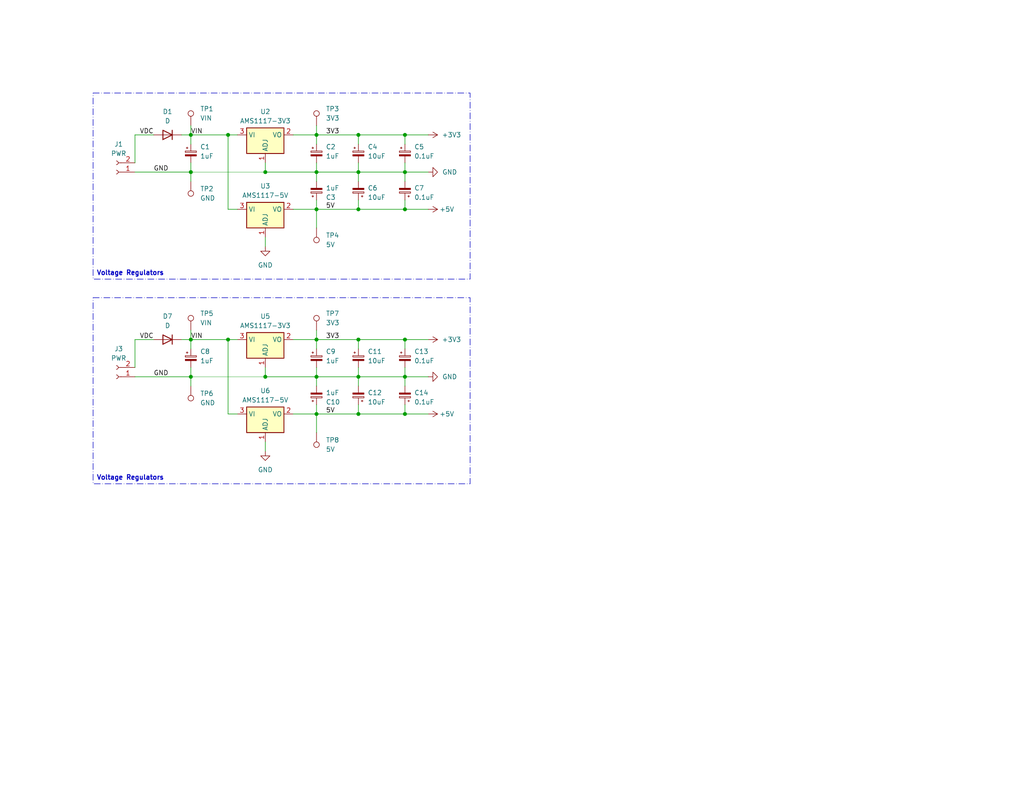
<source format=kicad_sch>
(kicad_sch (version 20231120) (generator "eeschema") (generator_version "8.0")
  (paper "USLetter")
  (title_block (title "Smart Work Desk Lights") (date "2024-07-24") (rev "Final") (company "Alexander Bobkov") (comment 1 "Specialized Accounting Offices") (comment 2 "ESP32-C3 SuperMini"))
  (lib_symbols
    (symbol "Alexander Symbol Library:AMS1117-3V3" (exclude_from_sim yes)
      (property "Reference" "U" (at 0 -0.254 0))
      (property "Value" "AMS1117-3V3" (at -0.508 1.778 0))
      (symbol "AMS1117-3V3_0_1"
        (rectangle (start -5.08 -8.89) (end 5.08 -1.905) (stroke (width 0.254)) (fill (type background)))
      )
      (symbol "AMS1117-3V3_1_1"
        (pin power_out line (at 0 -11.43 90) (length 2.54) (name "ADJ") (number "1"))
        (pin power_out line (at 7.62 -3.81 180) (length 2.54) (name "VO") (number "2"))
        (pin power_in line (at -7.62 -3.81 0) (length 2.54) (name "VI") (number "3"))
      )
    )
    (symbol "Alexander Symbol Library:AMS1117-5V" (exclude_from_sim yes)
      (property "Reference" "U" (at 0 0 0))
      (property "Value" "AMS1117-5V" (at 0 2.032 0))
      (symbol "AMS1117-5V_0_1"
        (rectangle (start -5.08 -8.89) (end 5.08 -1.905) (stroke (width 0.254)) (fill (type background)))
      )
      (symbol "AMS1117-5V_1_1"
        (pin power_out line (at 0 -11.43 90) (length 2.54) (name "ADJ") (number "1"))
        (pin power_out line (at 7.62 -3.81 180) (length 2.54) (name "VO") (number "2"))
        (pin power_in line (at -7.62 -3.81 0) (length 2.54) (name "VI") (number "3"))
      )
    )
    (symbol "Connector:Conn_01x02_Socket" (pin_names (offset 1.016) hide)
      (property "Reference" "J" (at 0 2.54 0))
      (property "Value" "Conn_01x02_Socket" (at 0 -5.08 0))
      (symbol "Conn_01x02_Socket_1_1"
        (arc (start 0 -2.032) (mid -0.5058 -2.54) (end 0 -3.048) (stroke (width 0.1524)))
        (polyline (pts (xy -1.27 -2.54) (xy -0.508 -2.54)) (stroke (width 0.1524)))
        (polyline (pts (xy -1.27 0) (xy -0.508 0)) (stroke (width 0.1524)))
        (arc (start 0 0.508) (mid -0.5058 0) (end 0 -0.508) (stroke (width 0.1524)))
        (pin passive line (at -5.08 0 0) (length 3.81) (name "Pin_1") (number "1"))
        (pin passive line (at -5.08 -2.54 0) (length 3.81) (name "Pin_2") (number "2"))
      )
    )
    (symbol "Connector:TestPoint" (pin_numbers hide) (pin_names (offset 0.762) hide)
      (property "Reference" "TP" (at 0 6.858 0))
      (property "Value" "TestPoint" (at 0 5.08 0))
      (symbol "TestPoint_0_1"
        (circle (center 0 3.302) (radius 0.762))
      )
      (symbol "TestPoint_1_1"
        (pin passive line (at 0 0 90) (length 2.54) (name "1") (number "1"))
      )
    )
    (symbol "Device:C_Polarized_Small" (pin_numbers hide) (pin_names (offset 0.254) hide)
      (property "Reference" "C" (at 0.254 1.778 0))
      (property "Value" "C_Polarized_Small" (at 0.254 -2.032 0))
      (symbol "C_Polarized_Small_0_1"
        (rectangle (start -1.524 -0.3048) (end 1.524 -0.6858) (fill (type outline)))
        (rectangle (start -1.524 0.6858) (end 1.524 0.3048))
        (polyline (pts (xy -1.27 1.524) (xy -0.762 1.524)))
        (polyline (pts (xy -1.016 1.27) (xy -1.016 1.778)))
      )
      (symbol "C_Polarized_Small_1_1"
        (pin passive line (at 0 2.54 270) (length 1.8542) (name "~") (number "1"))
        (pin passive line (at 0 -2.54 90) (length 1.8542) (name "~") (number "2"))
      )
    )
    (symbol "Device:D" (pin_numbers hide) (pin_names (offset 1.016) hide)
      (property "Reference" "D" (at 0 2.54 0))
      (property "Value" "D" (at 0 -2.54 0))
      (symbol "D_0_1"
        (polyline (pts (xy -1.27 1.27) (xy -1.27 -1.27)) (stroke (width 0.254)))
        (polyline (pts (xy 1.27 0) (xy -1.27 0)))
        (polyline (pts (xy 1.27 1.27) (xy 1.27 -1.27) (xy -1.27 0) (xy 1.27 1.27)) (stroke (width 0.254)))
      )
      (symbol "D_1_1"
        (pin passive line (at -3.81 0 0) (length 2.54) (name "K") (number "1"))
        (pin passive line (at 3.81 0 180) (length 2.54) (name "A") (number "2"))
      )
    )
    (symbol "power:+3V3" (power) (pin_names (offset 0))
      (property "Value" "+3V3" (at 0 3.556 0))
      (symbol "+3V3_0_1"
        (polyline (pts (xy -0.762 1.27) (xy 0 2.54)))
        (polyline (pts (xy 0 0) (xy 0 2.54)))
        (polyline (pts (xy 0 2.54) (xy 0.762 1.27)))
      )
      (symbol "+3V3_1_1"
        (pin power_in line (at 0 0 90) (length 0) hide (name "+3V3") (number "1"))
      )
    )
    (symbol "power:+5V" (power) (pin_names (offset 0))
      (property "Value" "+5V" (at 0 3.556 0))
      (symbol "+5V_0_1"
        (polyline (pts (xy -0.762 1.27) (xy 0 2.54)))
        (polyline (pts (xy 0 0) (xy 0 2.54)))
        (polyline (pts (xy 0 2.54) (xy 0.762 1.27)))
      )
      (symbol "+5V_1_1"
        (pin power_in line (at 0 0 90) (length 0) hide (name "+5V") (number "1"))
      )
    )
    (symbol "power:GND" (power) (pin_names (offset 0))
      (property "Value" "GND" (at 0 -3.81 0))
      (symbol "GND_0_1"
        (polyline (pts (xy 0 0) (xy 0 -1.27) (xy 1.27 -1.27) (xy 0 -2.54) (xy -1.27 -1.27) (xy 0 -1.27)))
      )
      (symbol "GND_1_1"
        (pin power_in line (at 0 0 270) (length 0) hide (name "GND") (number "1"))
      )
    )
  )
  (junction (at 110.49 102.87))
  (junction (at 52.07 46.99))
  (junction (at 72.39 102.87))
  (junction (at 86.36 46.99))
  (junction (at 97.79 113.03))
  (junction (at 110.49 92.71))
  (junction (at 110.49 46.99))
  (junction (at 97.79 46.99))
  (junction (at 86.36 113.03))
  (junction (at 52.07 36.83))
  (junction (at 110.49 113.03))
  (junction (at 86.36 57.15))
  (junction (at 62.23 92.71))
  (junction (at 86.36 92.71))
  (junction (at 62.23 36.83))
  (junction (at 86.36 36.83))
  (junction (at 72.39 46.99))
  (junction (at 110.49 57.15))
  (junction (at 97.79 92.71))
  (junction (at 97.79 57.15))
  (junction (at 52.07 92.71))
  (junction (at 52.07 102.87))
  (junction (at 86.36 102.87))
  (junction (at 97.79 36.83))
  (junction (at 110.49 36.83))
  (junction (at 97.79 102.87))
  (wire (pts (xy 110.49 102.87) (xy 110.49 105.41)))
  (wire (pts (xy 97.79 36.83) (xy 97.79 39.37)))
  (wire (pts (xy 80.01 92.71) (xy 86.36 92.71)))
  (wire (pts (xy 97.79 57.15) (xy 110.49 57.15)))
  (wire (pts (xy 86.36 34.29) (xy 86.36 36.83)))
  (wire (pts (xy 110.49 46.99) (xy 110.49 49.53)))
  (wire (pts (xy 110.49 92.71) (xy 110.49 95.25)))
  (wire (pts (xy 110.49 110.49) (xy 110.49 113.03)))
  (wire (pts (xy 72.39 46.99) (xy 86.36 46.99)))
  (wire (pts (xy 86.36 54.61) (xy 86.36 57.15)))
  (wire (pts (xy 80.01 57.15) (xy 86.36 57.15)))
  (wire (pts (xy 52.07 92.71) (xy 52.07 95.25)))
  (wire (pts (xy 62.23 36.83) (xy 64.77 36.83)))
  (wire (pts (xy 110.49 102.87) (xy 116.84 102.87)))
  (wire (pts (xy 52.07 92.71) (xy 62.23 92.71)))
  (wire (pts (xy 36.83 92.71) (xy 36.83 100.33)))
  (wire (pts (xy 86.36 90.17) (xy 86.36 92.71)))
  (wire (pts (xy 86.36 95.25) (xy 86.36 92.71)))
  (wire (pts (xy 97.79 92.71) (xy 97.79 95.25)))
  (wire (pts (xy 86.36 110.49) (xy 86.36 113.03)))
  (wire (pts (xy 110.49 113.03) (xy 116.84 113.03)))
  (wire (pts (xy 72.39 64.77) (xy 72.39 67.31)))
  (wire (pts (xy 80.01 36.83) (xy 86.36 36.83)))
  (wire (pts (xy 36.83 92.71) (xy 41.91 92.71)))
  (wire (pts (xy 52.07 36.83) (xy 52.07 39.37)))
  (wire (pts (xy 110.49 100.33) (xy 110.49 102.87)))
  (wire (pts (xy 110.49 36.83) (xy 110.49 39.37)))
  (wire (pts (xy 80.01 113.03) (xy 86.36 113.03)))
  (wire (pts (xy 86.36 46.99) (xy 97.79 46.99)))
  (wire (pts (xy 97.79 100.33) (xy 97.79 102.87)))
  (wire (pts (xy 86.36 44.45) (xy 86.36 46.99)))
  (wire (pts (xy 86.36 57.15) (xy 97.79 57.15)))
  (wire (pts (xy 64.77 57.15) (xy 62.23 57.15)))
  (wire (pts (xy 97.79 92.71) (xy 110.49 92.71)))
  (wire (pts (xy 49.53 36.83) (xy 52.07 36.83)))
  (wire (pts (xy 36.83 102.87) (xy 52.07 102.87)))
  (wire (pts (xy 110.49 92.71) (xy 116.84 92.71)))
  (wire (pts (xy 86.36 39.37) (xy 86.36 36.83)))
  (wire (pts (xy 49.53 92.71) (xy 52.07 92.71)))
  (wire (pts (xy 52.07 102.87) (xy 72.39 102.87)) (stroke (width 0.0254)))
  (wire (pts (xy 97.79 54.61) (xy 97.79 57.15)))
  (wire (pts (xy 72.39 102.87) (xy 86.36 102.87)))
  (wire (pts (xy 64.77 113.03) (xy 62.23 113.03)))
  (wire (pts (xy 86.36 57.15) (xy 86.36 62.23)))
  (wire (pts (xy 52.07 44.45) (xy 52.07 46.99)))
  (wire (pts (xy 86.36 113.03) (xy 86.36 118.11)))
  (wire (pts (xy 52.07 105.41) (xy 52.07 102.87)))
  (wire (pts (xy 52.07 90.17) (xy 52.07 92.71)))
  (wire (pts (xy 97.79 44.45) (xy 97.79 46.99)))
  (wire (pts (xy 110.49 44.45) (xy 110.49 46.99)))
  (wire (pts (xy 52.07 49.53) (xy 52.07 46.99)))
  (wire (pts (xy 86.36 36.83) (xy 97.79 36.83)))
  (wire (pts (xy 72.39 100.33) (xy 72.39 102.87)))
  (wire (pts (xy 97.79 102.87) (xy 110.49 102.87)))
  (wire (pts (xy 97.79 46.99) (xy 97.79 49.53)))
  (wire (pts (xy 110.49 54.61) (xy 110.49 57.15)))
  (wire (pts (xy 62.23 92.71) (xy 62.23 113.03)))
  (wire (pts (xy 86.36 102.87) (xy 86.36 105.41)))
  (wire (pts (xy 86.36 100.33) (xy 86.36 102.87)))
  (wire (pts (xy 86.36 46.99) (xy 86.36 49.53)))
  (wire (pts (xy 110.49 36.83) (xy 116.84 36.83)))
  (wire (pts (xy 97.79 46.99) (xy 110.49 46.99)))
  (wire (pts (xy 36.83 36.83) (xy 36.83 44.45)))
  (wire (pts (xy 110.49 46.99) (xy 116.84 46.99)))
  (wire (pts (xy 86.36 92.71) (xy 97.79 92.71)))
  (wire (pts (xy 72.39 120.65) (xy 72.39 123.19)))
  (wire (pts (xy 97.79 102.87) (xy 97.79 105.41)))
  (wire (pts (xy 36.83 46.99) (xy 52.07 46.99)))
  (wire (pts (xy 110.49 57.15) (xy 116.84 57.15)))
  (wire (pts (xy 52.07 34.29) (xy 52.07 36.83)))
  (wire (pts (xy 62.23 36.83) (xy 62.23 57.15)))
  (wire (pts (xy 36.83 36.83) (xy 41.91 36.83)))
  (wire (pts (xy 72.39 44.45) (xy 72.39 46.99)))
  (wire (pts (xy 86.36 102.87) (xy 97.79 102.87)))
  (wire (pts (xy 97.79 113.03) (xy 110.49 113.03)))
  (wire (pts (xy 97.79 110.49) (xy 97.79 113.03)))
  (wire (pts (xy 62.23 92.71) (xy 64.77 92.71)))
  (wire (pts (xy 97.79 36.83) (xy 110.49 36.83)))
  (wire (pts (xy 52.07 100.33) (xy 52.07 102.87)))
  (wire (pts (xy 52.07 46.99) (xy 72.39 46.99)) (stroke (width 0.0254)))
  (wire (pts (xy 86.36 113.03) (xy 97.79 113.03)))
  (wire (pts (xy 52.07 36.83) (xy 62.23 36.83)))
  (rectangle (start 25.4 25.4) (end 128.27 76.2) (stroke (width 0) (type dash_dot)))
  (rectangle (start 25.4 81.28) (end 128.27 132.08) (stroke (width 0) (type dash_dot)))
  (text "Voltage Regulators" (at 35.56 73.914 0) (effects (font (size 1.27 1.27) (thickness 0.254) (bold yes)) (justify top)))
  (text "Voltage Regulators" (at 35.56 129.794 0) (effects (font (size 1.27 1.27) (thickness 0.254) (bold yes)) (justify top)))
  (label "GND" (at 41.91 46.99 0))
  (label "5V" (at 88.9 57.15 0))
  (label "VIN" (at 52.07 36.83 0))
  (label "GND" (at 41.91 102.87 0))
  (label "VDC" (at 38.1 36.83 0))
  (label "VDC" (at 38.1 92.71 0))
  (label "3V3" (at 88.9 36.83 0))
  (label "3V3" (at 88.9 92.71 0))
  (label "5V" (at 88.9 113.03 0))
  (label "VIN" (at 52.07 92.71 0))
  (symbol (lib_id "Device:C_Polarized_Small") (at 110.49 41.91 0) (unit 1)
    (property "Reference" "C5" (at 113.03 40.0938 0) (effects (justify left)))
    (property "Value" "0.1uF" (at 113.03 42.6338 0) (effects (justify left)))
    (property "Footprint" "Capacitor_SMD:CP_Elec_3x5.3" (effects (hide yes)))
  )
  (symbol (lib_id "Connector:TestPoint") (at 86.36 34.29 0) (unit 1)
    (property "Reference" "TP3" (at 88.9 29.7179 0) (effects (justify left)))
    (property "Value" "3V3" (at 88.9 32.2579 0) (effects (justify left)))
    (property "Footprint" "TestPoint:TestPoint_Pad_D1.5mm" (effects (hide yes)))
    (property "Description" "test point" (effects (hide yes)))
  )
  (symbol (lib_id "power:+3V3") (at 116.84 36.83 270) (unit 1)
    (property "Reference" "#PWR04" (effects (hide yes)))
    (property "Value" "+3V3" (at 123.19 36.83 90))
  )
  (symbol (lib_id "Device:C_Polarized_Small") (at 110.49 107.95 180) (unit 1)
    (property "Reference" "C14" (at 113.03 107.226 0) (effects (justify right)))
    (property "Value" "0.1uF" (at 113.03 109.766 0) (effects (justify right)))
    (property "Footprint" "Capacitor_SMD:CP_Elec_3x5.3" (effects (hide yes)))
  )
  (symbol (lib_id "power:GND") (at 72.39 123.19 0) (unit 1)
    (property "Reference" "#PWR015" (effects (hide yes)))
    (property "Value" "GND" (at 72.39 128.27 0))
  )
  (symbol (lib_id "Connector:TestPoint") (at 52.07 90.17 0) (unit 1)
    (property "Reference" "TP5" (at 54.61 85.5979 0) (effects (justify left)))
    (property "Value" "VIN" (at 54.61 88.1379 0) (effects (justify left)))
    (property "Footprint" "TestPoint:TestPoint_Pad_D1.5mm" (effects (hide yes)))
    (property "Description" "test point" (effects (hide yes)))
  )
  (symbol (lib_id "Connector:Conn_01x02_Socket") (at 31.75 102.87 180) (unit 1)
    (property "Reference" "J3" (at 32.385 95.25 0))
    (property "Value" "PWR" (at 32.385 97.79 0))
    (property "Footprint" "Connector_PinSocket_2.54mm:PinSocket_1x02_P2.54mm_Vertical" (effects (hide yes)))
  )
  (symbol (lib_id "power:+5V") (at 116.84 57.15 270) (unit 1)
    (property "Reference" "#PWR03" (effects (hide yes)))
    (property "Value" "+5V" (at 121.92 57.15 90))
  )
  (symbol (lib_id "power:+3V3") (at 116.84 92.71 270) (unit 1)
    (property "Reference" "#PWR016" (effects (hide yes)))
    (property "Value" "+3V3" (at 123.19 92.71 90))
  )
  (symbol (lib_id "Device:C_Polarized_Small") (at 86.36 107.95 0) (mirror x) (unit 1)
    (property "Reference" "C10" (at 88.9 109.7661 0) (effects (justify left)))
    (property "Value" "1uF" (at 88.9 107.2261 0) (effects (justify left)))
    (property "Footprint" "Capacitor_SMD:CP_Elec_3x5.3" (effects (hide yes)))
  )
  (symbol (lib_id "Connector:TestPoint") (at 52.07 105.41 180) (unit 1)
    (property "Reference" "TP6" (at 54.61 107.4419 0) (effects (justify right)))
    (property "Value" "GND" (at 54.61 109.9819 0) (effects (justify right)))
    (property "Footprint" "TestPoint:TestPoint_Pad_D1.5mm" (effects (hide yes)))
    (property "Description" "test point" (effects (hide yes)))
  )
  (symbol (lib_id "Connector:TestPoint") (at 86.36 90.17 0) (unit 1)
    (property "Reference" "TP7" (at 88.9 85.5979 0) (effects (justify left)))
    (property "Value" "3V3" (at 88.9 88.1379 0) (effects (justify left)))
    (property "Footprint" "TestPoint:TestPoint_Pad_D1.5mm" (effects (hide yes)))
    (property "Description" "test point" (effects (hide yes)))
  )
  (symbol (lib_id "power:GND") (at 116.84 46.99 90) (unit 1)
    (property "Reference" "#PWR05" (effects (hide yes)))
    (property "Value" "GND" (at 120.65 46.9899 90) (effects (justify right)))
  )
  (symbol (lib_id "Device:D") (at 45.72 92.71 180) (unit 1)
    (property "Reference" "D7" (at 45.72 86.36 0))
    (property "Value" "D" (at 45.72 88.9 0))
    (property "Footprint" "Diode_SMD:D_1206_3216Metric_Pad1.42x1.75mm_HandSolder" (effects (hide yes)))
    (property "Description" "Diode" (effects (hide yes)))
    (property "Sim.Device" "D" (effects (hide yes)))
    (property "Sim.Pins" "1=K 2=A" (effects (hide yes)))
  )
  (symbol (lib_id "Device:C_Polarized_Small") (at 97.79 41.91 0) (unit 1)
    (property "Reference" "C4" (at 100.33 40.0938 0) (effects (justify left)))
    (property "Value" "10uF" (at 100.33 42.6338 0) (effects (justify left)))
    (property "Footprint" "Capacitor_SMD:CP_Elec_3x5.3" (effects (hide yes)))
  )
  (symbol (lib_id "Device:C_Polarized_Small") (at 97.79 107.95 180) (unit 1)
    (property "Reference" "C12" (at 100.33 107.226 0) (effects (justify right)))
    (property "Value" "10uF" (at 100.33 109.766 0) (effects (justify right)))
    (property "Footprint" "Capacitor_SMD:CP_Elec_3x5.3" (effects (hide yes)))
  )
  (symbol (lib_id "Device:C_Polarized_Small") (at 86.36 41.91 0) (unit 1)
    (property "Reference" "C2" (at 88.9 40.0939 0) (effects (justify left)))
    (property "Value" "1uF" (at 88.9 42.6339 0) (effects (justify left)))
    (property "Footprint" "Capacitor_SMD:CP_Elec_3x5.3" (effects (hide yes)))
  )
  (symbol (lib_id "Connector:TestPoint") (at 52.07 49.53 180) (unit 1)
    (property "Reference" "TP2" (at 54.61 51.5619 0) (effects (justify right)))
    (property "Value" "GND" (at 54.61 54.1019 0) (effects (justify right)))
    (property "Footprint" "TestPoint:TestPoint_Pad_D1.5mm" (effects (hide yes)))
    (property "Description" "test point" (effects (hide yes)))
  )
  (symbol (lib_id "power:GND") (at 116.84 102.87 90) (unit 1)
    (property "Reference" "#PWR017" (effects (hide yes)))
    (property "Value" "GND" (at 120.65 102.8699 90) (effects (justify right)))
  )
  (symbol (lib_id "Connector:TestPoint") (at 52.07 34.29 0) (unit 1)
    (property "Reference" "TP1" (at 54.61 29.7179 0) (effects (justify left)))
    (property "Value" "VIN" (at 54.61 32.2579 0) (effects (justify left)))
    (property "Footprint" "TestPoint:TestPoint_Pad_D1.5mm" (effects (hide yes)))
    (property "Description" "test point" (effects (hide yes)))
  )
  (symbol (lib_id "Device:C_Polarized_Small") (at 86.36 97.79 0) (unit 1)
    (property "Reference" "C9" (at 88.9 95.9739 0) (effects (justify left)))
    (property "Value" "1uF" (at 88.9 98.5139 0) (effects (justify left)))
    (property "Footprint" "Capacitor_SMD:CP_Elec_3x5.3" (effects (hide yes)))
  )
  (symbol (lib_id "Device:C_Polarized_Small") (at 110.49 97.79 0) (unit 1)
    (property "Reference" "C13" (at 113.03 95.9738 0) (effects (justify left)))
    (property "Value" "0.1uF" (at 113.03 98.5138 0) (effects (justify left)))
    (property "Footprint" "Capacitor_SMD:CP_Elec_3x5.3" (effects (hide yes)))
  )
  (symbol (lib_id "power:+5V") (at 116.84 113.03 270) (unit 1)
    (property "Reference" "#PWR018" (effects (hide yes)))
    (property "Value" "+5V" (at 121.92 113.03 90))
  )
  (symbol (lib_id "Device:C_Polarized_Small") (at 52.07 97.79 0) (unit 1)
    (property "Reference" "C8" (at 54.61 95.9739 0) (effects (justify left)))
    (property "Value" "1uF" (at 54.61 98.5139 0) (effects (justify left)))
    (property "Footprint" "Capacitor_SMD:CP_Elec_3x5.3" (effects (hide yes)))
  )
  (symbol (lib_id "Device:C_Polarized_Small") (at 110.49 52.07 180) (unit 1)
    (property "Reference" "C7" (at 113.03 51.346 0) (effects (justify right)))
    (property "Value" "0.1uF" (at 113.03 53.886 0) (effects (justify right)))
    (property "Footprint" "Capacitor_SMD:CP_Elec_3x5.3" (effects (hide yes)))
  )
  (symbol (lib_id "Connector:TestPoint") (at 86.36 62.23 180) (unit 1)
    (property "Reference" "TP4" (at 88.9 64.2619 0) (effects (justify right)))
    (property "Value" "5V" (at 88.9 66.8019 0) (effects (justify right)))
    (property "Footprint" "TestPoint:TestPoint_Pad_D1.5mm" (effects (hide yes)))
    (property "Description" "test point" (effects (hide yes)))
  )
  (symbol (lib_id "Alexander Symbol Library:AMS1117-5V") (at 72.39 109.22 0) (unit 1) (exclude_from_sim yes)
    (property "Reference" "U6" (at 72.39 106.68 0))
    (property "Value" "AMS1117-5V" (at 72.39 109.22 0))
    (property "Footprint" "Alexander Footprint Library:AMS1117 SOT-223" (effects (hide yes)))
    (property "Description" "AMS1117" (effects (hide yes)))
  )
  (symbol (lib_id "Device:C_Polarized_Small") (at 97.79 97.79 0) (unit 1)
    (property "Reference" "C11" (at 100.33 95.9738 0) (effects (justify left)))
    (property "Value" "10uF" (at 100.33 98.5138 0) (effects (justify left)))
    (property "Footprint" "Capacitor_SMD:CP_Elec_3x5.3" (effects (hide yes)))
  )
  (symbol (lib_id "Device:C_Polarized_Small") (at 86.36 52.07 0) (mirror x) (unit 1)
    (property "Reference" "C3" (at 88.9 53.8861 0) (effects (justify left)))
    (property "Value" "1uF" (at 88.9 51.3461 0) (effects (justify left)))
    (property "Footprint" "Capacitor_SMD:CP_Elec_3x5.3" (effects (hide yes)))
  )
  (symbol (lib_id "Alexander Symbol Library:AMS1117-3V3") (at 72.39 33.02 0) (unit 1) (exclude_from_sim yes)
    (property "Reference" "U2" (at 72.39 30.48 0))
    (property "Value" "AMS1117-3V3" (at 72.39 33.02 0))
    (property "Footprint" "Alexander Footprint Library:AMS1117 SOT-223" (effects (hide yes)))
    (property "Description" "AMS1117" (effects (hide yes)))
  )
  (symbol (lib_id "Connector:TestPoint") (at 86.36 118.11 180) (unit 1)
    (property "Reference" "TP8" (at 88.9 120.1419 0) (effects (justify right)))
    (property "Value" "5V" (at 88.9 122.6819 0) (effects (justify right)))
    (property "Footprint" "TestPoint:TestPoint_Pad_D1.5mm" (effects (hide yes)))
    (property "Description" "test point" (effects (hide yes)))
  )
  (symbol (lib_id "power:GND") (at 72.39 67.31 0) (unit 1)
    (property "Reference" "#PWR02" (effects (hide yes)))
    (property "Value" "GND" (at 72.39 72.39 0))
  )
  (symbol (lib_id "Connector:Conn_01x02_Socket") (at 31.75 46.99 180) (unit 1)
    (property "Reference" "J1" (at 32.385 39.37 0))
    (property "Value" "PWR" (at 32.385 41.91 0))
    (property "Footprint" "Connector_PinSocket_2.54mm:PinSocket_1x02_P2.54mm_Vertical" (effects (hide yes)))
  )
  (symbol (lib_id "Device:C_Polarized_Small") (at 97.79 52.07 180) (unit 1)
    (property "Reference" "C6" (at 100.33 51.346 0) (effects (justify right)))
    (property "Value" "10uF" (at 100.33 53.886 0) (effects (justify right)))
    (property "Footprint" "Capacitor_SMD:CP_Elec_3x5.3" (effects (hide yes)))
  )
  (symbol (lib_id "Alexander Symbol Library:AMS1117-5V") (at 72.39 53.34 0) (unit 1) (exclude_from_sim yes)
    (property "Reference" "U3" (at 72.39 50.8 0))
    (property "Value" "AMS1117-5V" (at 72.39 53.34 0))
    (property "Footprint" "Alexander Footprint Library:AMS1117 SOT-223" (effects (hide yes)))
    (property "Description" "AMS1117" (effects (hide yes)))
  )
  (symbol (lib_id "Alexander Symbol Library:AMS1117-3V3") (at 72.39 88.9 0) (unit 1) (exclude_from_sim yes)
    (property "Reference" "U5" (at 72.39 86.36 0))
    (property "Value" "AMS1117-3V3" (at 72.39 88.9 0))
    (property "Footprint" "Alexander Footprint Library:AMS1117 SOT-223" (effects (hide yes)))
    (property "Description" "AMS1117" (effects (hide yes)))
  )
  (symbol (lib_id "Device:C_Polarized_Small") (at 52.07 41.91 0) (unit 1)
    (property "Reference" "C1" (at 54.61 40.0939 0) (effects (justify left)))
    (property "Value" "1uF" (at 54.61 42.6339 0) (effects (justify left)))
    (property "Footprint" "Capacitor_SMD:CP_Elec_3x5.3" (effects (hide yes)))
  )
  (symbol (lib_id "Device:D") (at 45.72 36.83 180) (unit 1)
    (property "Reference" "D1" (at 45.72 30.48 0))
    (property "Value" "D" (at 45.72 33.02 0))
    (property "Footprint" "Diode_SMD:D_1206_3216Metric_Pad1.42x1.75mm_HandSolder" (effects (hide yes)))
    (property "Description" "Diode" (effects (hide yes)))
    (property "Sim.Device" "D" (effects (hide yes)))
    (property "Sim.Pins" "1=K 2=A" (effects (hide yes)))
  )
)
</source>
